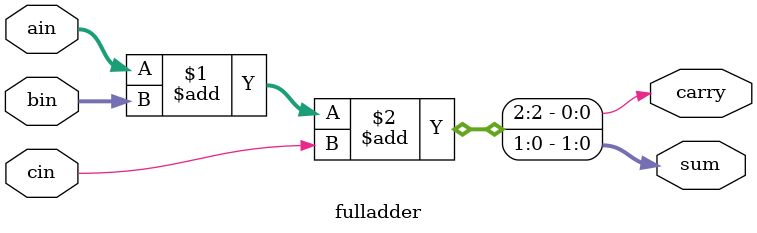
<source format=sv>
module fulladder(ain, bin, cin, sum, carry);
	
	input 	[1:0]	 	ain;
	input	[1:0]		bin;
	input				cin;
	output	[1:0]		sum;
	output				carry;

	assign {carry, sum} = ain + bin + cin;

endmodule

</source>
